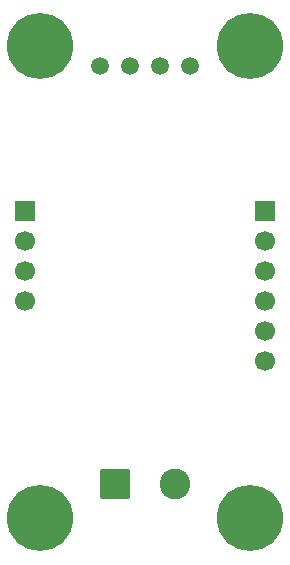
<source format=gbr>
%TF.GenerationSoftware,KiCad,Pcbnew,9.0.3*%
%TF.CreationDate,2026-01-02T19:57:45-06:00*%
%TF.ProjectId,IsolatedADSandVoltmeterPCB,49736f6c-6174-4656-9441-4453616e6456,rev?*%
%TF.SameCoordinates,Original*%
%TF.FileFunction,Soldermask,Bot*%
%TF.FilePolarity,Negative*%
%FSLAX46Y46*%
G04 Gerber Fmt 4.6, Leading zero omitted, Abs format (unit mm)*
G04 Created by KiCad (PCBNEW 9.0.3) date 2026-01-02 19:57:45*
%MOMM*%
%LPD*%
G01*
G04 APERTURE LIST*
G04 Aperture macros list*
%AMRoundRect*
0 Rectangle with rounded corners*
0 $1 Rounding radius*
0 $2 $3 $4 $5 $6 $7 $8 $9 X,Y pos of 4 corners*
0 Add a 4 corners polygon primitive as box body*
4,1,4,$2,$3,$4,$5,$6,$7,$8,$9,$2,$3,0*
0 Add four circle primitives for the rounded corners*
1,1,$1+$1,$2,$3*
1,1,$1+$1,$4,$5*
1,1,$1+$1,$6,$7*
1,1,$1+$1,$8,$9*
0 Add four rect primitives between the rounded corners*
20,1,$1+$1,$2,$3,$4,$5,0*
20,1,$1+$1,$4,$5,$6,$7,0*
20,1,$1+$1,$6,$7,$8,$9,0*
20,1,$1+$1,$8,$9,$2,$3,0*%
G04 Aperture macros list end*
%ADD10C,5.600000*%
%ADD11C,3.600000*%
%ADD12R,1.700000X1.700000*%
%ADD13C,1.700000*%
%ADD14C,1.500000*%
%ADD15RoundRect,0.250000X-1.050000X-1.050000X1.050000X-1.050000X1.050000X1.050000X-1.050000X1.050000X0*%
%ADD16C,2.600000*%
G04 APERTURE END LIST*
D10*
%TO.C,H2*%
X146050000Y-38100000D03*
D11*
X146050000Y-38100000D03*
%TD*%
D12*
%TO.C,J2*%
X147320000Y-52070000D03*
D13*
X147320000Y-54610000D03*
X147320000Y-57150000D03*
X147320000Y-59690000D03*
X147320000Y-62230000D03*
X147320000Y-64770000D03*
%TD*%
D12*
%TO.C,J1*%
X127000000Y-52070000D03*
D13*
X127000000Y-54610000D03*
X127000000Y-57150000D03*
X127000000Y-59690000D03*
%TD*%
D14*
%TO.C,U14*%
X133350000Y-39830000D03*
X135890000Y-39830000D03*
X138430000Y-39830000D03*
X140970000Y-39830000D03*
%TD*%
D11*
%TO.C,H1*%
X128270000Y-38100000D03*
D10*
X128270000Y-38100000D03*
%TD*%
D15*
%TO.C,J15*%
X134615000Y-75146250D03*
D16*
X139695000Y-75146250D03*
%TD*%
D11*
%TO.C,H4*%
X146045000Y-78105000D03*
D10*
X146045000Y-78105000D03*
%TD*%
D11*
%TO.C,H3*%
X128270000Y-78105000D03*
D10*
X128270000Y-78105000D03*
%TD*%
M02*

</source>
